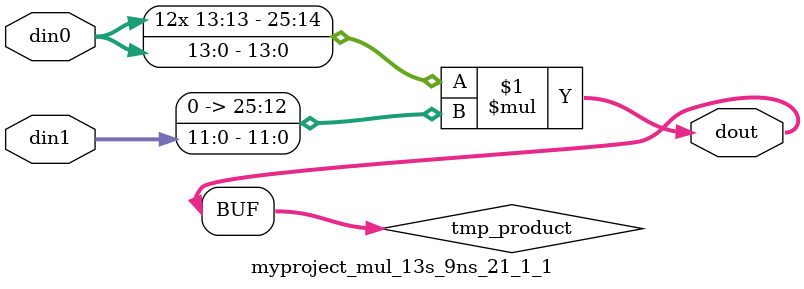
<source format=v>

`timescale 1 ns / 1 ps

 module myproject_mul_13s_9ns_21_1_1(din0, din1, dout);
parameter ID = 1;
parameter NUM_STAGE = 0;
parameter din0_WIDTH = 14;
parameter din1_WIDTH = 12;
parameter dout_WIDTH = 26;

input [din0_WIDTH - 1 : 0] din0; 
input [din1_WIDTH - 1 : 0] din1; 
output [dout_WIDTH - 1 : 0] dout;

wire signed [dout_WIDTH - 1 : 0] tmp_product;


























assign tmp_product = $signed(din0) * $signed({1'b0, din1});









assign dout = tmp_product;





















endmodule

</source>
